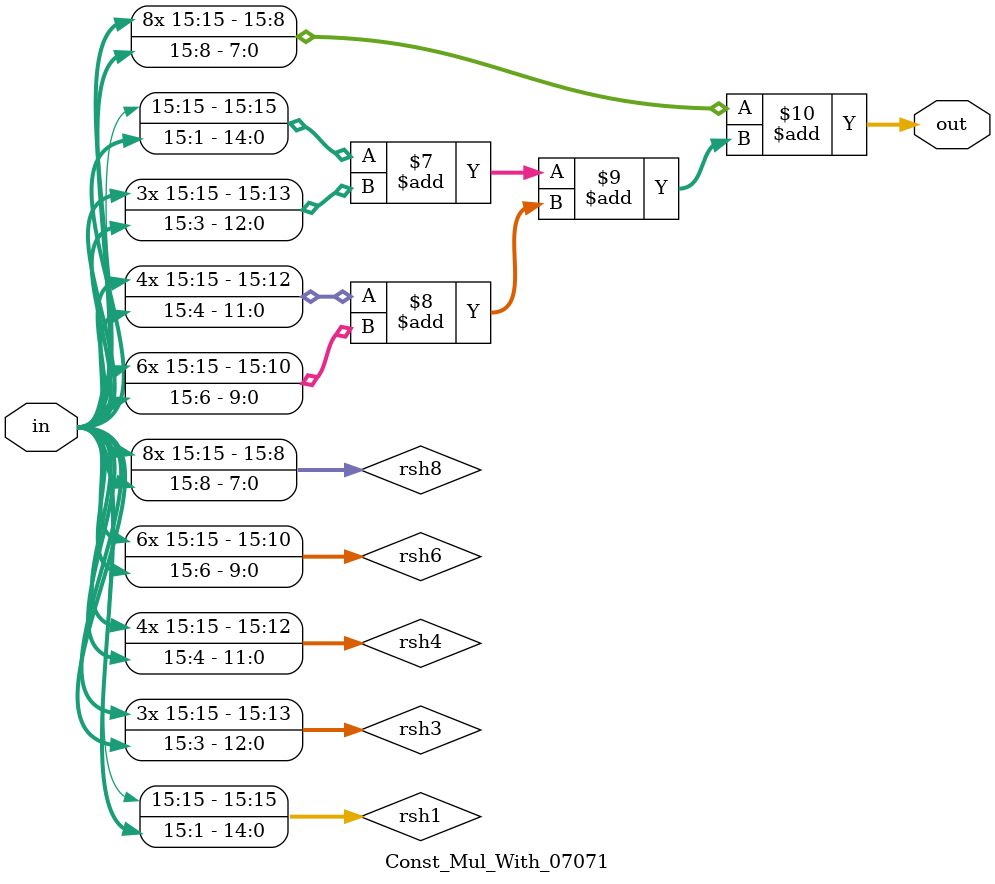
<source format=v>
module Const_Mul_With_07071(
    input  wire signed [15:0] in,
    output reg  signed [15:0] out
);

reg [15:0] rsh1;
reg [15:0] rsh3;
reg [15:0] rsh4;
reg [15:0] rsh6;
reg [15:0] rsh8;

always @(*) begin
    rsh1 = in >>> 1;
    rsh3 = in >>> 3;
    rsh4 = in >>> 4;
    rsh6 = in >>> 6;
    rsh8 = in >>> 8;
    out  = rsh8 + ((rsh1 + rsh3) + (rsh4 + rsh6));
end

endmodule
</source>
